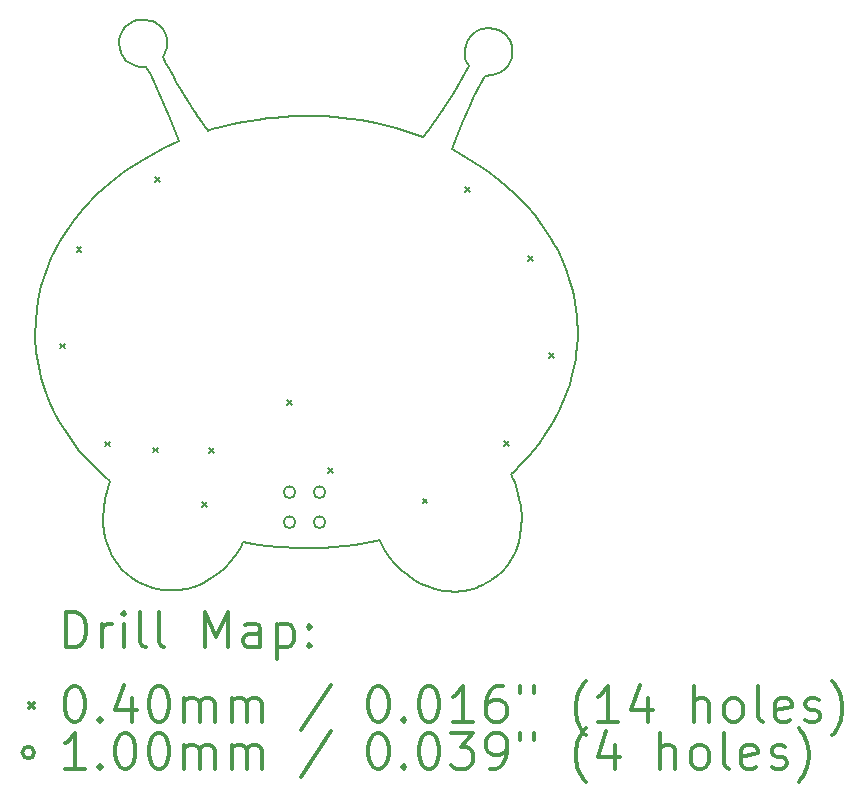
<source format=gbr>
%FSLAX45Y45*%
G04 Gerber Fmt 4.5, Leading zero omitted, Abs format (unit mm)*
G04 Created by KiCad (PCBNEW 4.0.7) date 06/13/18 11:19:51*
%MOMM*%
%LPD*%
G01*
G04 APERTURE LIST*
%ADD10C,0.127000*%
%ADD11C,0.150000*%
%ADD12C,0.200000*%
%ADD13C,0.300000*%
G04 APERTURE END LIST*
D10*
D11*
X12063730Y-9419590D02*
X12108180Y-9498330D01*
X11990070Y-9311640D02*
X12063730Y-9419590D01*
X11931650Y-9235440D02*
X11990070Y-9311640D01*
X11869420Y-9163050D02*
X11931650Y-9235440D01*
X11762740Y-9053830D02*
X11869420Y-9163050D01*
X11631930Y-8938260D02*
X11762740Y-9053830D01*
X11523980Y-8856980D02*
X11631930Y-8938260D01*
X11384280Y-8765540D02*
X11523980Y-8856980D01*
X11277600Y-8704580D02*
X11384280Y-8765540D01*
X11230610Y-8680450D02*
X11277600Y-8704580D01*
X11271250Y-8569960D02*
X11230610Y-8680450D01*
X11322050Y-8441690D02*
X11271250Y-8569960D01*
X11374120Y-8326120D02*
X11322050Y-8441690D01*
X11421110Y-8228330D02*
X11374120Y-8326120D01*
X11468100Y-8133080D02*
X11421110Y-8228330D01*
X11511280Y-8058150D02*
X11468100Y-8133080D01*
X11570970Y-8053070D02*
X11511280Y-8058150D01*
X11607800Y-8045450D02*
X11570970Y-8053070D01*
X11648440Y-8027670D02*
X11607800Y-8045450D01*
X11682730Y-7999730D02*
X11648440Y-8027670D01*
X11709400Y-7970520D02*
X11682730Y-7999730D01*
X11727180Y-7941310D02*
X11709400Y-7970520D01*
X11739880Y-7901940D02*
X11727180Y-7941310D01*
X11743690Y-7863840D02*
X11739880Y-7901940D01*
X11741150Y-7806690D02*
X11743690Y-7863840D01*
X11722100Y-7755890D02*
X11741150Y-7806690D01*
X11684000Y-7706360D02*
X11722100Y-7755890D01*
X11626850Y-7668260D02*
X11684000Y-7706360D01*
X11545570Y-7651750D02*
X11626850Y-7668260D01*
X11480800Y-7661910D02*
X11545570Y-7651750D01*
X11428730Y-7682230D02*
X11480800Y-7661910D01*
X11393170Y-7716520D02*
X11428730Y-7682230D01*
X11367770Y-7752080D02*
X11393170Y-7716520D01*
X11348720Y-7795260D02*
X11367770Y-7752080D01*
X11339830Y-7838440D02*
X11348720Y-7795260D01*
X11341100Y-7881620D02*
X11339830Y-7838440D01*
X11346180Y-7913370D02*
X11341100Y-7881620D01*
X11353800Y-7933690D02*
X11346180Y-7913370D01*
X11372850Y-7971790D02*
X11353800Y-7933690D01*
X11341100Y-8030210D02*
X11372850Y-7971790D01*
X11254740Y-8183880D02*
X11341100Y-8030210D01*
X11150600Y-8351520D02*
X11254740Y-8183880D01*
X11032490Y-8521700D02*
X11150600Y-8351520D01*
X10988040Y-8575040D02*
X11032490Y-8521700D01*
X10883900Y-8536940D02*
X10988040Y-8575040D01*
X10758170Y-8497570D02*
X10883900Y-8536940D01*
X10587990Y-8458200D02*
X10758170Y-8497570D01*
X10460990Y-8434070D02*
X10587990Y-8458200D01*
X10379710Y-8422640D02*
X10460990Y-8434070D01*
X10297160Y-8412480D02*
X10379710Y-8422640D01*
X10238740Y-8407400D02*
X10297160Y-8412480D01*
X10151110Y-8401050D02*
X10238740Y-8407400D01*
X10110470Y-8399780D02*
X10151110Y-8401050D01*
X9987280Y-8397240D02*
X10110470Y-8399780D01*
X9897110Y-8399780D02*
X9987280Y-8397240D01*
X9801860Y-8404860D02*
X9897110Y-8399780D01*
X9721850Y-8411210D02*
X9801860Y-8404860D01*
X9687560Y-8413750D02*
X9721850Y-8411210D01*
X9663430Y-8417560D02*
X9687560Y-8413750D01*
X9643110Y-8420100D02*
X9663430Y-8417560D01*
X9579610Y-8428990D02*
X9643110Y-8420100D01*
X9527540Y-8436610D02*
X9579610Y-8428990D01*
X9464040Y-8449310D02*
X9527540Y-8436610D01*
X9376410Y-8465820D02*
X9464040Y-8449310D01*
X9273540Y-8491220D02*
X9376410Y-8465820D01*
X9202420Y-8510270D02*
X9273540Y-8491220D01*
X9170670Y-8520430D02*
X9202420Y-8510270D01*
X9164320Y-8515350D02*
X9170670Y-8520430D01*
X9147810Y-8496300D02*
X9164320Y-8515350D01*
X9104630Y-8437880D02*
X9147810Y-8496300D01*
X9089390Y-8415020D02*
X9104630Y-8437880D01*
X9075420Y-8394700D02*
X9089390Y-8415020D01*
X9062720Y-8375650D02*
X9075420Y-8394700D01*
X9046210Y-8351520D02*
X9062720Y-8375650D01*
X8994140Y-8271510D02*
X9046210Y-8351520D01*
X8959850Y-8216900D02*
X8994140Y-8271510D01*
X8925560Y-8159750D02*
X8959850Y-8216900D01*
X8903970Y-8122920D02*
X8925560Y-8159750D01*
X8887460Y-8093710D02*
X8903970Y-8122920D01*
X8874760Y-8069580D02*
X8887460Y-8093710D01*
X8843010Y-8011160D02*
X8874760Y-8069580D01*
X8804910Y-7941310D02*
X8843010Y-8011160D01*
X8792210Y-7914640D02*
X8804910Y-7941310D01*
X8787130Y-7900670D02*
X8792210Y-7914640D01*
X8797290Y-7880350D02*
X8787130Y-7900670D01*
X8813800Y-7840980D02*
X8797290Y-7880350D01*
X8817610Y-7823200D02*
X8813800Y-7840980D01*
X8821420Y-7801610D02*
X8817610Y-7823200D01*
X8821420Y-7764780D02*
X8821420Y-7801610D01*
X8818880Y-7734300D02*
X8821420Y-7764780D01*
X8802370Y-7691120D02*
X8818880Y-7734300D01*
X8787130Y-7664450D02*
X8802370Y-7691120D01*
X8759190Y-7633970D02*
X8787130Y-7664450D01*
X8723630Y-7608570D02*
X8759190Y-7633970D01*
X8696960Y-7595870D02*
X8723630Y-7608570D01*
X8676640Y-7589520D02*
X8696960Y-7595870D01*
X8639810Y-7581900D02*
X8676640Y-7589520D01*
X8609330Y-7580630D02*
X8639810Y-7581900D01*
X8567420Y-7586980D02*
X8609330Y-7580630D01*
X8538210Y-7595870D02*
X8567420Y-7586980D01*
X8498840Y-7616190D02*
X8538210Y-7595870D01*
X8467090Y-7645400D02*
X8498840Y-7616190D01*
X8446770Y-7669530D02*
X8467090Y-7645400D01*
X8430260Y-7701280D02*
X8446770Y-7669530D01*
X8416290Y-7748270D02*
X8430260Y-7701280D01*
X8413750Y-7790180D02*
X8416290Y-7748270D01*
X8418830Y-7821930D02*
X8413750Y-7790180D01*
X8431530Y-7860030D02*
X8418830Y-7821930D01*
X8458200Y-7908290D02*
X8431530Y-7860030D01*
X8475980Y-7931150D02*
X8458200Y-7908290D01*
X8505190Y-7951470D02*
X8475980Y-7931150D01*
X8542020Y-7969250D02*
X8505190Y-7951470D01*
X8583930Y-7980680D02*
X8542020Y-7969250D01*
X8624570Y-7984490D02*
X8583930Y-7980680D01*
X8643620Y-7984490D02*
X8624570Y-7984490D01*
X8680450Y-8049260D02*
X8643620Y-7984490D01*
X8780780Y-8258810D02*
X8680450Y-8049260D01*
X8836660Y-8398510D02*
X8780780Y-8258810D01*
X8917940Y-8611870D02*
X8836660Y-8398510D01*
X8794750Y-8667750D02*
X8917940Y-8611870D01*
X8613140Y-8768080D02*
X8794750Y-8667750D01*
X8460740Y-8864600D02*
X8613140Y-8768080D01*
X8338820Y-8961120D02*
X8460740Y-8864600D01*
X8227060Y-9060180D02*
X8338820Y-8961120D01*
X8117840Y-9177020D02*
X8227060Y-9060180D01*
X8041640Y-9268460D02*
X8117840Y-9177020D01*
X7980680Y-9351010D02*
X8041640Y-9268460D01*
X7915910Y-9452610D02*
X7980680Y-9351010D01*
X7838440Y-9601200D02*
X7915910Y-9452610D01*
X7792720Y-9716770D02*
X7838440Y-9601200D01*
X7754620Y-9832340D02*
X7792720Y-9716770D01*
X7726680Y-9956800D02*
X7754620Y-9832340D01*
X7707630Y-10126980D02*
X7726680Y-9956800D01*
X7702550Y-10266680D02*
X7707630Y-10126980D01*
X7712710Y-10393680D02*
X7702550Y-10266680D01*
X7725410Y-10480040D02*
X7712710Y-10393680D01*
X7740650Y-10561320D02*
X7725410Y-10480040D01*
X7753350Y-10613390D02*
X7740650Y-10561320D01*
X7786370Y-10718800D02*
X7753350Y-10613390D01*
X7820660Y-10807700D02*
X7786370Y-10718800D01*
X7862570Y-10899140D02*
X7820660Y-10807700D01*
X7915910Y-10996930D02*
X7862570Y-10899140D01*
X7954010Y-11059160D02*
X7915910Y-10996930D01*
X8020050Y-11154410D02*
X7954010Y-11059160D01*
X8078470Y-11229340D02*
X8020050Y-11154410D01*
X8186420Y-11347450D02*
X8078470Y-11229340D01*
X8249920Y-11412220D02*
X8186420Y-11347450D01*
X8295640Y-11452860D02*
X8249920Y-11412220D01*
X8338820Y-11489690D02*
X8295640Y-11452860D01*
X8319770Y-11544300D02*
X8338820Y-11489690D01*
X8296910Y-11642090D02*
X8319770Y-11544300D01*
X8284210Y-11714480D02*
X8296910Y-11642090D01*
X8280400Y-11802110D02*
X8284210Y-11714480D01*
X8281670Y-11851640D02*
X8280400Y-11802110D01*
X8286750Y-11912600D02*
X8281670Y-11851640D01*
X8298180Y-11965940D02*
X8286750Y-11912600D01*
X8309610Y-12010390D02*
X8298180Y-11965940D01*
X8335010Y-12077700D02*
X8309610Y-12010390D01*
X8355330Y-12123420D02*
X8335010Y-12077700D01*
X8392160Y-12180570D02*
X8355330Y-12123420D01*
X8440420Y-12238990D02*
X8392160Y-12180570D01*
X8478520Y-12277090D02*
X8440420Y-12238990D01*
X8519160Y-12307570D02*
X8478520Y-12277090D01*
X8571230Y-12341860D02*
X8519160Y-12307570D01*
X8632190Y-12371070D02*
X8571230Y-12341860D01*
X8704580Y-12395200D02*
X8632190Y-12371070D01*
X8774430Y-12409170D02*
X8704580Y-12395200D01*
X8836660Y-12414250D02*
X8774430Y-12409170D01*
X8910320Y-12411710D02*
X8836660Y-12414250D01*
X8985250Y-12399010D02*
X8910320Y-12411710D01*
X9051290Y-12381230D02*
X8985250Y-12399010D01*
X9117330Y-12355830D02*
X9051290Y-12381230D01*
X9193530Y-12312650D02*
X9117330Y-12355830D01*
X9255760Y-12268200D02*
X9193530Y-12312650D01*
X9306560Y-12223750D02*
X9255760Y-12268200D01*
X9362440Y-12167870D02*
X9306560Y-12223750D01*
X9419590Y-12089130D02*
X9362440Y-12167870D01*
X9446260Y-12044680D02*
X9419590Y-12089130D01*
X9466580Y-12007850D02*
X9446260Y-12044680D01*
X9551670Y-12019280D02*
X9466580Y-12007850D01*
X9657080Y-12034520D02*
X9551670Y-12019280D01*
X9781540Y-12047220D02*
X9657080Y-12034520D01*
X9926320Y-12053570D02*
X9781540Y-12047220D01*
X10057130Y-12053570D02*
X9926320Y-12053570D01*
X10156190Y-12051030D02*
X10057130Y-12053570D01*
X10218420Y-12047220D02*
X10156190Y-12051030D01*
X10339070Y-12035790D02*
X10218420Y-12047220D01*
X10400030Y-12026900D02*
X10339070Y-12035790D01*
X10459720Y-12018010D02*
X10400030Y-12026900D01*
X10541000Y-12004040D02*
X10459720Y-12018010D01*
X10599420Y-11991340D02*
X10541000Y-12004040D01*
X10618470Y-11986260D02*
X10599420Y-11991340D01*
X10626090Y-11997690D02*
X10618470Y-11986260D01*
X10660380Y-12063730D02*
X10626090Y-11997690D01*
X10702290Y-12128500D02*
X10660380Y-12063730D01*
X10751820Y-12189460D02*
X10702290Y-12128500D01*
X10801350Y-12238990D02*
X10751820Y-12189460D01*
X10857230Y-12285980D02*
X10801350Y-12238990D01*
X10914380Y-12325350D02*
X10857230Y-12285980D01*
X10970260Y-12355830D02*
X10914380Y-12325350D01*
X11019790Y-12377420D02*
X10970260Y-12355830D01*
X11085830Y-12400280D02*
X11019790Y-12377420D01*
X11155680Y-12416790D02*
X11085830Y-12400280D01*
X11197590Y-12421870D02*
X11155680Y-12416790D01*
X11259820Y-12423140D02*
X11197590Y-12421870D01*
X11320780Y-12418060D02*
X11259820Y-12423140D01*
X11337290Y-12415520D02*
X11320780Y-12418060D01*
X11375390Y-12409170D02*
X11337290Y-12415520D01*
X11440160Y-12390120D02*
X11375390Y-12409170D01*
X11447780Y-12386310D02*
X11440160Y-12390120D01*
X11496040Y-12365990D02*
X11447780Y-12386310D01*
X11503660Y-12362180D02*
X11496040Y-12365990D01*
X11534140Y-12344400D02*
X11503660Y-12362180D01*
X11553190Y-12334240D02*
X11534140Y-12344400D01*
X11562080Y-12327890D02*
X11553190Y-12334240D01*
X11590020Y-12307570D02*
X11562080Y-12327890D01*
X11611610Y-12293600D02*
X11590020Y-12307570D01*
X11654790Y-12254230D02*
X11611610Y-12293600D01*
X11703050Y-12199620D02*
X11654790Y-12254230D01*
X11739880Y-12142470D02*
X11703050Y-12199620D01*
X11756390Y-12110720D02*
X11739880Y-12142470D01*
X11774170Y-12076430D02*
X11756390Y-12110720D01*
X11797030Y-12007850D02*
X11774170Y-12076430D01*
X11812270Y-11949430D02*
X11797030Y-12007850D01*
X11819890Y-11877040D02*
X11812270Y-11949430D01*
X11821160Y-11802110D02*
X11819890Y-11877040D01*
X11821160Y-11769090D02*
X11821160Y-11802110D01*
X11818620Y-11732260D02*
X11821160Y-11769090D01*
X11816080Y-11703050D02*
X11818620Y-11732260D01*
X11803380Y-11638280D02*
X11816080Y-11703050D01*
X11794490Y-11600180D02*
X11803380Y-11638280D01*
X11785600Y-11567160D02*
X11794490Y-11600180D01*
X11775440Y-11532870D02*
X11785600Y-11567160D01*
X11762740Y-11497310D02*
X11775440Y-11532870D01*
X11751310Y-11468100D02*
X11762740Y-11497310D01*
X11733530Y-11428730D02*
X11751310Y-11468100D01*
X11755120Y-11408410D02*
X11733530Y-11428730D01*
X11771630Y-11391900D02*
X11755120Y-11408410D01*
X11802110Y-11361420D02*
X11771630Y-11391900D01*
X11849100Y-11310620D02*
X11802110Y-11361420D01*
X11883390Y-11273790D02*
X11849100Y-11310620D01*
X11968480Y-11170920D02*
X11883390Y-11273790D01*
X12031980Y-11082020D02*
X11968480Y-11170920D01*
X12081510Y-11002010D02*
X12031980Y-11082020D01*
X12128500Y-10915650D02*
X12081510Y-11002010D01*
X12147550Y-10878820D02*
X12128500Y-10915650D01*
X12157710Y-10854690D02*
X12147550Y-10878820D01*
X12192000Y-10775950D02*
X12157710Y-10854690D01*
X12216130Y-10706100D02*
X12192000Y-10775950D01*
X12228830Y-10671810D02*
X12216130Y-10706100D01*
X12241530Y-10623550D02*
X12228830Y-10671810D01*
X12250420Y-10589260D02*
X12241530Y-10623550D01*
X12259310Y-10557510D02*
X12250420Y-10589260D01*
X12273280Y-10485120D02*
X12259310Y-10557510D01*
X12279630Y-10452100D02*
X12273280Y-10485120D01*
X12283440Y-10424160D02*
X12279630Y-10452100D01*
X12292330Y-10342880D02*
X12283440Y-10424160D01*
X12296140Y-10280650D02*
X12292330Y-10342880D01*
X12297410Y-10251440D02*
X12296140Y-10280650D01*
X12297410Y-10220960D02*
X12297410Y-10251440D01*
X12293600Y-10121900D02*
X12297410Y-10220960D01*
X12289790Y-10083800D02*
X12293600Y-10121900D01*
X12285980Y-10045700D02*
X12289790Y-10083800D01*
X12284710Y-10033000D02*
X12285980Y-10045700D01*
X12265660Y-9923780D02*
X12284710Y-10033000D01*
X12254230Y-9878060D02*
X12265660Y-9923780D01*
X12235180Y-9804400D02*
X12254230Y-9878060D01*
X12198350Y-9696450D02*
X12235180Y-9804400D01*
X12155170Y-9593580D02*
X12198350Y-9696450D01*
X12125960Y-9533890D02*
X12155170Y-9593580D01*
X12111990Y-9504680D02*
X12125960Y-9533890D01*
X12108180Y-9498330D02*
X12111990Y-9504680D01*
D12*
X7916484Y-10324404D02*
X7956484Y-10364404D01*
X7956484Y-10324404D02*
X7916484Y-10364404D01*
X8053644Y-9509064D02*
X8093644Y-9549064D01*
X8093644Y-9509064D02*
X8053644Y-9549064D01*
X8297484Y-11154984D02*
X8337484Y-11194984D01*
X8337484Y-11154984D02*
X8297484Y-11194984D01*
X8704900Y-11204260D02*
X8744900Y-11244260D01*
X8744900Y-11204260D02*
X8704900Y-11244260D01*
X8720140Y-8914704D02*
X8760140Y-8954704D01*
X8760140Y-8914704D02*
X8720140Y-8954704D01*
X9118920Y-11667810D02*
X9158920Y-11707810D01*
X9158920Y-11667810D02*
X9118920Y-11707810D01*
X9177340Y-11211880D02*
X9217340Y-11251880D01*
X9217340Y-11211880D02*
X9177340Y-11251880D01*
X9837232Y-10803956D02*
X9877232Y-10843956D01*
X9877232Y-10803956D02*
X9837232Y-10843956D01*
X10183688Y-11379520D02*
X10223688Y-11419520D01*
X10223688Y-11379520D02*
X10183688Y-11419520D01*
X10983280Y-11637330D02*
X11023280Y-11677330D01*
X11023280Y-11637330D02*
X10983280Y-11677330D01*
X11346500Y-8997000D02*
X11386500Y-9037000D01*
X11386500Y-8997000D02*
X11346500Y-9037000D01*
X11675430Y-11150920D02*
X11715430Y-11190920D01*
X11715430Y-11150920D02*
X11675430Y-11190920D01*
X11879900Y-9581200D02*
X11919900Y-9621200D01*
X11919900Y-9581200D02*
X11879900Y-9621200D01*
X12057700Y-10406700D02*
X12097700Y-10446700D01*
X12097700Y-10406700D02*
X12057700Y-10446700D01*
X9906724Y-11581384D02*
G75*
G03X9906724Y-11581384I-50000J0D01*
G01*
X9906724Y-11835384D02*
G75*
G03X9906724Y-11835384I-50000J0D01*
G01*
X10160724Y-11581384D02*
G75*
G03X10160724Y-11581384I-50000J0D01*
G01*
X10160724Y-11835384D02*
G75*
G03X10160724Y-11835384I-50000J0D01*
G01*
D13*
X7966478Y-12896354D02*
X7966478Y-12596354D01*
X8037907Y-12596354D01*
X8080764Y-12610640D01*
X8109336Y-12639211D01*
X8123621Y-12667783D01*
X8137907Y-12724926D01*
X8137907Y-12767783D01*
X8123621Y-12824926D01*
X8109336Y-12853497D01*
X8080764Y-12882069D01*
X8037907Y-12896354D01*
X7966478Y-12896354D01*
X8266478Y-12896354D02*
X8266478Y-12696354D01*
X8266478Y-12753497D02*
X8280764Y-12724926D01*
X8295050Y-12710640D01*
X8323621Y-12696354D01*
X8352193Y-12696354D01*
X8452193Y-12896354D02*
X8452193Y-12696354D01*
X8452193Y-12596354D02*
X8437907Y-12610640D01*
X8452193Y-12624926D01*
X8466479Y-12610640D01*
X8452193Y-12596354D01*
X8452193Y-12624926D01*
X8637907Y-12896354D02*
X8609336Y-12882069D01*
X8595050Y-12853497D01*
X8595050Y-12596354D01*
X8795050Y-12896354D02*
X8766479Y-12882069D01*
X8752193Y-12853497D01*
X8752193Y-12596354D01*
X9137907Y-12896354D02*
X9137907Y-12596354D01*
X9237907Y-12810640D01*
X9337907Y-12596354D01*
X9337907Y-12896354D01*
X9609336Y-12896354D02*
X9609336Y-12739211D01*
X9595050Y-12710640D01*
X9566479Y-12696354D01*
X9509336Y-12696354D01*
X9480764Y-12710640D01*
X9609336Y-12882069D02*
X9580764Y-12896354D01*
X9509336Y-12896354D01*
X9480764Y-12882069D01*
X9466479Y-12853497D01*
X9466479Y-12824926D01*
X9480764Y-12796354D01*
X9509336Y-12782069D01*
X9580764Y-12782069D01*
X9609336Y-12767783D01*
X9752193Y-12696354D02*
X9752193Y-12996354D01*
X9752193Y-12710640D02*
X9780764Y-12696354D01*
X9837907Y-12696354D01*
X9866479Y-12710640D01*
X9880764Y-12724926D01*
X9895050Y-12753497D01*
X9895050Y-12839211D01*
X9880764Y-12867783D01*
X9866479Y-12882069D01*
X9837907Y-12896354D01*
X9780764Y-12896354D01*
X9752193Y-12882069D01*
X10023621Y-12867783D02*
X10037907Y-12882069D01*
X10023621Y-12896354D01*
X10009336Y-12882069D01*
X10023621Y-12867783D01*
X10023621Y-12896354D01*
X10023621Y-12710640D02*
X10037907Y-12724926D01*
X10023621Y-12739211D01*
X10009336Y-12724926D01*
X10023621Y-12710640D01*
X10023621Y-12739211D01*
X7655050Y-13370640D02*
X7695050Y-13410640D01*
X7695050Y-13370640D02*
X7655050Y-13410640D01*
X8023621Y-13226354D02*
X8052193Y-13226354D01*
X8080764Y-13240640D01*
X8095050Y-13254926D01*
X8109336Y-13283497D01*
X8123621Y-13340640D01*
X8123621Y-13412069D01*
X8109336Y-13469211D01*
X8095050Y-13497783D01*
X8080764Y-13512069D01*
X8052193Y-13526354D01*
X8023621Y-13526354D01*
X7995050Y-13512069D01*
X7980764Y-13497783D01*
X7966478Y-13469211D01*
X7952193Y-13412069D01*
X7952193Y-13340640D01*
X7966478Y-13283497D01*
X7980764Y-13254926D01*
X7995050Y-13240640D01*
X8023621Y-13226354D01*
X8252193Y-13497783D02*
X8266478Y-13512069D01*
X8252193Y-13526354D01*
X8237907Y-13512069D01*
X8252193Y-13497783D01*
X8252193Y-13526354D01*
X8523621Y-13326354D02*
X8523621Y-13526354D01*
X8452193Y-13212069D02*
X8380764Y-13426354D01*
X8566478Y-13426354D01*
X8737907Y-13226354D02*
X8766479Y-13226354D01*
X8795050Y-13240640D01*
X8809336Y-13254926D01*
X8823621Y-13283497D01*
X8837907Y-13340640D01*
X8837907Y-13412069D01*
X8823621Y-13469211D01*
X8809336Y-13497783D01*
X8795050Y-13512069D01*
X8766479Y-13526354D01*
X8737907Y-13526354D01*
X8709336Y-13512069D01*
X8695050Y-13497783D01*
X8680764Y-13469211D01*
X8666479Y-13412069D01*
X8666479Y-13340640D01*
X8680764Y-13283497D01*
X8695050Y-13254926D01*
X8709336Y-13240640D01*
X8737907Y-13226354D01*
X8966479Y-13526354D02*
X8966479Y-13326354D01*
X8966479Y-13354926D02*
X8980764Y-13340640D01*
X9009336Y-13326354D01*
X9052193Y-13326354D01*
X9080764Y-13340640D01*
X9095050Y-13369211D01*
X9095050Y-13526354D01*
X9095050Y-13369211D02*
X9109336Y-13340640D01*
X9137907Y-13326354D01*
X9180764Y-13326354D01*
X9209336Y-13340640D01*
X9223621Y-13369211D01*
X9223621Y-13526354D01*
X9366479Y-13526354D02*
X9366479Y-13326354D01*
X9366479Y-13354926D02*
X9380764Y-13340640D01*
X9409336Y-13326354D01*
X9452193Y-13326354D01*
X9480764Y-13340640D01*
X9495050Y-13369211D01*
X9495050Y-13526354D01*
X9495050Y-13369211D02*
X9509336Y-13340640D01*
X9537907Y-13326354D01*
X9580764Y-13326354D01*
X9609336Y-13340640D01*
X9623621Y-13369211D01*
X9623621Y-13526354D01*
X10209336Y-13212069D02*
X9952193Y-13597783D01*
X10595050Y-13226354D02*
X10623621Y-13226354D01*
X10652193Y-13240640D01*
X10666478Y-13254926D01*
X10680764Y-13283497D01*
X10695050Y-13340640D01*
X10695050Y-13412069D01*
X10680764Y-13469211D01*
X10666478Y-13497783D01*
X10652193Y-13512069D01*
X10623621Y-13526354D01*
X10595050Y-13526354D01*
X10566478Y-13512069D01*
X10552193Y-13497783D01*
X10537907Y-13469211D01*
X10523621Y-13412069D01*
X10523621Y-13340640D01*
X10537907Y-13283497D01*
X10552193Y-13254926D01*
X10566478Y-13240640D01*
X10595050Y-13226354D01*
X10823621Y-13497783D02*
X10837907Y-13512069D01*
X10823621Y-13526354D01*
X10809336Y-13512069D01*
X10823621Y-13497783D01*
X10823621Y-13526354D01*
X11023621Y-13226354D02*
X11052193Y-13226354D01*
X11080764Y-13240640D01*
X11095050Y-13254926D01*
X11109336Y-13283497D01*
X11123621Y-13340640D01*
X11123621Y-13412069D01*
X11109336Y-13469211D01*
X11095050Y-13497783D01*
X11080764Y-13512069D01*
X11052193Y-13526354D01*
X11023621Y-13526354D01*
X10995050Y-13512069D01*
X10980764Y-13497783D01*
X10966478Y-13469211D01*
X10952193Y-13412069D01*
X10952193Y-13340640D01*
X10966478Y-13283497D01*
X10980764Y-13254926D01*
X10995050Y-13240640D01*
X11023621Y-13226354D01*
X11409335Y-13526354D02*
X11237907Y-13526354D01*
X11323621Y-13526354D02*
X11323621Y-13226354D01*
X11295050Y-13269211D01*
X11266478Y-13297783D01*
X11237907Y-13312069D01*
X11666478Y-13226354D02*
X11609335Y-13226354D01*
X11580764Y-13240640D01*
X11566478Y-13254926D01*
X11537907Y-13297783D01*
X11523621Y-13354926D01*
X11523621Y-13469211D01*
X11537907Y-13497783D01*
X11552193Y-13512069D01*
X11580764Y-13526354D01*
X11637907Y-13526354D01*
X11666478Y-13512069D01*
X11680764Y-13497783D01*
X11695050Y-13469211D01*
X11695050Y-13397783D01*
X11680764Y-13369211D01*
X11666478Y-13354926D01*
X11637907Y-13340640D01*
X11580764Y-13340640D01*
X11552193Y-13354926D01*
X11537907Y-13369211D01*
X11523621Y-13397783D01*
X11809336Y-13226354D02*
X11809336Y-13283497D01*
X11923621Y-13226354D02*
X11923621Y-13283497D01*
X12366478Y-13640640D02*
X12352193Y-13626354D01*
X12323621Y-13583497D01*
X12309335Y-13554926D01*
X12295050Y-13512069D01*
X12280764Y-13440640D01*
X12280764Y-13383497D01*
X12295050Y-13312069D01*
X12309335Y-13269211D01*
X12323621Y-13240640D01*
X12352193Y-13197783D01*
X12366478Y-13183497D01*
X12637907Y-13526354D02*
X12466478Y-13526354D01*
X12552193Y-13526354D02*
X12552193Y-13226354D01*
X12523621Y-13269211D01*
X12495050Y-13297783D01*
X12466478Y-13312069D01*
X12895050Y-13326354D02*
X12895050Y-13526354D01*
X12823621Y-13212069D02*
X12752193Y-13426354D01*
X12937907Y-13426354D01*
X13280764Y-13526354D02*
X13280764Y-13226354D01*
X13409335Y-13526354D02*
X13409335Y-13369211D01*
X13395050Y-13340640D01*
X13366478Y-13326354D01*
X13323621Y-13326354D01*
X13295050Y-13340640D01*
X13280764Y-13354926D01*
X13595050Y-13526354D02*
X13566478Y-13512069D01*
X13552193Y-13497783D01*
X13537907Y-13469211D01*
X13537907Y-13383497D01*
X13552193Y-13354926D01*
X13566478Y-13340640D01*
X13595050Y-13326354D01*
X13637907Y-13326354D01*
X13666478Y-13340640D01*
X13680764Y-13354926D01*
X13695050Y-13383497D01*
X13695050Y-13469211D01*
X13680764Y-13497783D01*
X13666478Y-13512069D01*
X13637907Y-13526354D01*
X13595050Y-13526354D01*
X13866478Y-13526354D02*
X13837907Y-13512069D01*
X13823621Y-13483497D01*
X13823621Y-13226354D01*
X14095050Y-13512069D02*
X14066478Y-13526354D01*
X14009336Y-13526354D01*
X13980764Y-13512069D01*
X13966478Y-13483497D01*
X13966478Y-13369211D01*
X13980764Y-13340640D01*
X14009336Y-13326354D01*
X14066478Y-13326354D01*
X14095050Y-13340640D01*
X14109336Y-13369211D01*
X14109336Y-13397783D01*
X13966478Y-13426354D01*
X14223621Y-13512069D02*
X14252193Y-13526354D01*
X14309336Y-13526354D01*
X14337907Y-13512069D01*
X14352193Y-13483497D01*
X14352193Y-13469211D01*
X14337907Y-13440640D01*
X14309336Y-13426354D01*
X14266478Y-13426354D01*
X14237907Y-13412069D01*
X14223621Y-13383497D01*
X14223621Y-13369211D01*
X14237907Y-13340640D01*
X14266478Y-13326354D01*
X14309336Y-13326354D01*
X14337907Y-13340640D01*
X14452193Y-13640640D02*
X14466478Y-13626354D01*
X14495050Y-13583497D01*
X14509336Y-13554926D01*
X14523621Y-13512069D01*
X14537907Y-13440640D01*
X14537907Y-13383497D01*
X14523621Y-13312069D01*
X14509336Y-13269211D01*
X14495050Y-13240640D01*
X14466478Y-13197783D01*
X14452193Y-13183497D01*
X7695050Y-13786640D02*
G75*
G03X7695050Y-13786640I-50000J0D01*
G01*
X8123621Y-13922354D02*
X7952193Y-13922354D01*
X8037907Y-13922354D02*
X8037907Y-13622354D01*
X8009336Y-13665211D01*
X7980764Y-13693783D01*
X7952193Y-13708069D01*
X8252193Y-13893783D02*
X8266478Y-13908069D01*
X8252193Y-13922354D01*
X8237907Y-13908069D01*
X8252193Y-13893783D01*
X8252193Y-13922354D01*
X8452193Y-13622354D02*
X8480764Y-13622354D01*
X8509336Y-13636640D01*
X8523621Y-13650926D01*
X8537907Y-13679497D01*
X8552193Y-13736640D01*
X8552193Y-13808069D01*
X8537907Y-13865211D01*
X8523621Y-13893783D01*
X8509336Y-13908069D01*
X8480764Y-13922354D01*
X8452193Y-13922354D01*
X8423621Y-13908069D01*
X8409336Y-13893783D01*
X8395050Y-13865211D01*
X8380764Y-13808069D01*
X8380764Y-13736640D01*
X8395050Y-13679497D01*
X8409336Y-13650926D01*
X8423621Y-13636640D01*
X8452193Y-13622354D01*
X8737907Y-13622354D02*
X8766479Y-13622354D01*
X8795050Y-13636640D01*
X8809336Y-13650926D01*
X8823621Y-13679497D01*
X8837907Y-13736640D01*
X8837907Y-13808069D01*
X8823621Y-13865211D01*
X8809336Y-13893783D01*
X8795050Y-13908069D01*
X8766479Y-13922354D01*
X8737907Y-13922354D01*
X8709336Y-13908069D01*
X8695050Y-13893783D01*
X8680764Y-13865211D01*
X8666479Y-13808069D01*
X8666479Y-13736640D01*
X8680764Y-13679497D01*
X8695050Y-13650926D01*
X8709336Y-13636640D01*
X8737907Y-13622354D01*
X8966479Y-13922354D02*
X8966479Y-13722354D01*
X8966479Y-13750926D02*
X8980764Y-13736640D01*
X9009336Y-13722354D01*
X9052193Y-13722354D01*
X9080764Y-13736640D01*
X9095050Y-13765211D01*
X9095050Y-13922354D01*
X9095050Y-13765211D02*
X9109336Y-13736640D01*
X9137907Y-13722354D01*
X9180764Y-13722354D01*
X9209336Y-13736640D01*
X9223621Y-13765211D01*
X9223621Y-13922354D01*
X9366479Y-13922354D02*
X9366479Y-13722354D01*
X9366479Y-13750926D02*
X9380764Y-13736640D01*
X9409336Y-13722354D01*
X9452193Y-13722354D01*
X9480764Y-13736640D01*
X9495050Y-13765211D01*
X9495050Y-13922354D01*
X9495050Y-13765211D02*
X9509336Y-13736640D01*
X9537907Y-13722354D01*
X9580764Y-13722354D01*
X9609336Y-13736640D01*
X9623621Y-13765211D01*
X9623621Y-13922354D01*
X10209336Y-13608069D02*
X9952193Y-13993783D01*
X10595050Y-13622354D02*
X10623621Y-13622354D01*
X10652193Y-13636640D01*
X10666478Y-13650926D01*
X10680764Y-13679497D01*
X10695050Y-13736640D01*
X10695050Y-13808069D01*
X10680764Y-13865211D01*
X10666478Y-13893783D01*
X10652193Y-13908069D01*
X10623621Y-13922354D01*
X10595050Y-13922354D01*
X10566478Y-13908069D01*
X10552193Y-13893783D01*
X10537907Y-13865211D01*
X10523621Y-13808069D01*
X10523621Y-13736640D01*
X10537907Y-13679497D01*
X10552193Y-13650926D01*
X10566478Y-13636640D01*
X10595050Y-13622354D01*
X10823621Y-13893783D02*
X10837907Y-13908069D01*
X10823621Y-13922354D01*
X10809336Y-13908069D01*
X10823621Y-13893783D01*
X10823621Y-13922354D01*
X11023621Y-13622354D02*
X11052193Y-13622354D01*
X11080764Y-13636640D01*
X11095050Y-13650926D01*
X11109336Y-13679497D01*
X11123621Y-13736640D01*
X11123621Y-13808069D01*
X11109336Y-13865211D01*
X11095050Y-13893783D01*
X11080764Y-13908069D01*
X11052193Y-13922354D01*
X11023621Y-13922354D01*
X10995050Y-13908069D01*
X10980764Y-13893783D01*
X10966478Y-13865211D01*
X10952193Y-13808069D01*
X10952193Y-13736640D01*
X10966478Y-13679497D01*
X10980764Y-13650926D01*
X10995050Y-13636640D01*
X11023621Y-13622354D01*
X11223621Y-13622354D02*
X11409335Y-13622354D01*
X11309335Y-13736640D01*
X11352193Y-13736640D01*
X11380764Y-13750926D01*
X11395050Y-13765211D01*
X11409335Y-13793783D01*
X11409335Y-13865211D01*
X11395050Y-13893783D01*
X11380764Y-13908069D01*
X11352193Y-13922354D01*
X11266478Y-13922354D01*
X11237907Y-13908069D01*
X11223621Y-13893783D01*
X11552193Y-13922354D02*
X11609335Y-13922354D01*
X11637907Y-13908069D01*
X11652193Y-13893783D01*
X11680764Y-13850926D01*
X11695050Y-13793783D01*
X11695050Y-13679497D01*
X11680764Y-13650926D01*
X11666478Y-13636640D01*
X11637907Y-13622354D01*
X11580764Y-13622354D01*
X11552193Y-13636640D01*
X11537907Y-13650926D01*
X11523621Y-13679497D01*
X11523621Y-13750926D01*
X11537907Y-13779497D01*
X11552193Y-13793783D01*
X11580764Y-13808069D01*
X11637907Y-13808069D01*
X11666478Y-13793783D01*
X11680764Y-13779497D01*
X11695050Y-13750926D01*
X11809336Y-13622354D02*
X11809336Y-13679497D01*
X11923621Y-13622354D02*
X11923621Y-13679497D01*
X12366478Y-14036640D02*
X12352193Y-14022354D01*
X12323621Y-13979497D01*
X12309335Y-13950926D01*
X12295050Y-13908069D01*
X12280764Y-13836640D01*
X12280764Y-13779497D01*
X12295050Y-13708069D01*
X12309335Y-13665211D01*
X12323621Y-13636640D01*
X12352193Y-13593783D01*
X12366478Y-13579497D01*
X12609335Y-13722354D02*
X12609335Y-13922354D01*
X12537907Y-13608069D02*
X12466478Y-13822354D01*
X12652193Y-13822354D01*
X12995050Y-13922354D02*
X12995050Y-13622354D01*
X13123621Y-13922354D02*
X13123621Y-13765211D01*
X13109335Y-13736640D01*
X13080764Y-13722354D01*
X13037907Y-13722354D01*
X13009335Y-13736640D01*
X12995050Y-13750926D01*
X13309335Y-13922354D02*
X13280764Y-13908069D01*
X13266478Y-13893783D01*
X13252193Y-13865211D01*
X13252193Y-13779497D01*
X13266478Y-13750926D01*
X13280764Y-13736640D01*
X13309335Y-13722354D01*
X13352193Y-13722354D01*
X13380764Y-13736640D01*
X13395050Y-13750926D01*
X13409335Y-13779497D01*
X13409335Y-13865211D01*
X13395050Y-13893783D01*
X13380764Y-13908069D01*
X13352193Y-13922354D01*
X13309335Y-13922354D01*
X13580764Y-13922354D02*
X13552193Y-13908069D01*
X13537907Y-13879497D01*
X13537907Y-13622354D01*
X13809336Y-13908069D02*
X13780764Y-13922354D01*
X13723621Y-13922354D01*
X13695050Y-13908069D01*
X13680764Y-13879497D01*
X13680764Y-13765211D01*
X13695050Y-13736640D01*
X13723621Y-13722354D01*
X13780764Y-13722354D01*
X13809336Y-13736640D01*
X13823621Y-13765211D01*
X13823621Y-13793783D01*
X13680764Y-13822354D01*
X13937907Y-13908069D02*
X13966478Y-13922354D01*
X14023621Y-13922354D01*
X14052193Y-13908069D01*
X14066478Y-13879497D01*
X14066478Y-13865211D01*
X14052193Y-13836640D01*
X14023621Y-13822354D01*
X13980764Y-13822354D01*
X13952193Y-13808069D01*
X13937907Y-13779497D01*
X13937907Y-13765211D01*
X13952193Y-13736640D01*
X13980764Y-13722354D01*
X14023621Y-13722354D01*
X14052193Y-13736640D01*
X14166478Y-14036640D02*
X14180764Y-14022354D01*
X14209336Y-13979497D01*
X14223621Y-13950926D01*
X14237907Y-13908069D01*
X14252193Y-13836640D01*
X14252193Y-13779497D01*
X14237907Y-13708069D01*
X14223621Y-13665211D01*
X14209336Y-13636640D01*
X14180764Y-13593783D01*
X14166478Y-13579497D01*
M02*

</source>
